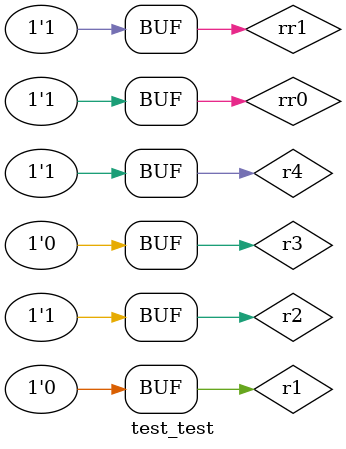
<source format=v>
`timescale 1ns / 1ps
`include "test.v"


module test_test;

reg r1,r2,r3,r4,rr0,rr1;
wire out;
test test_inst(
    out, r1, r2, r3, r4, rr0, rr1);
    
    initial
    begin
    #10
    r1 = 1'b0;
    r2 = 1'b1;
    r3 = 1'b0;
    r4 = 1'b1;
    rr0 = 1'b0;
    rr1 = 1'b0;
    
    #10
    rr1 = 1'b1;
    
    #10
    rr0 = 1'b1;
    rr1 = 1'b0;
    
    #10
    rr1 = 1'b1;
    $dumpfile("power_test.vcd");
    $dumpvars();
    end      
endmodule

</source>
